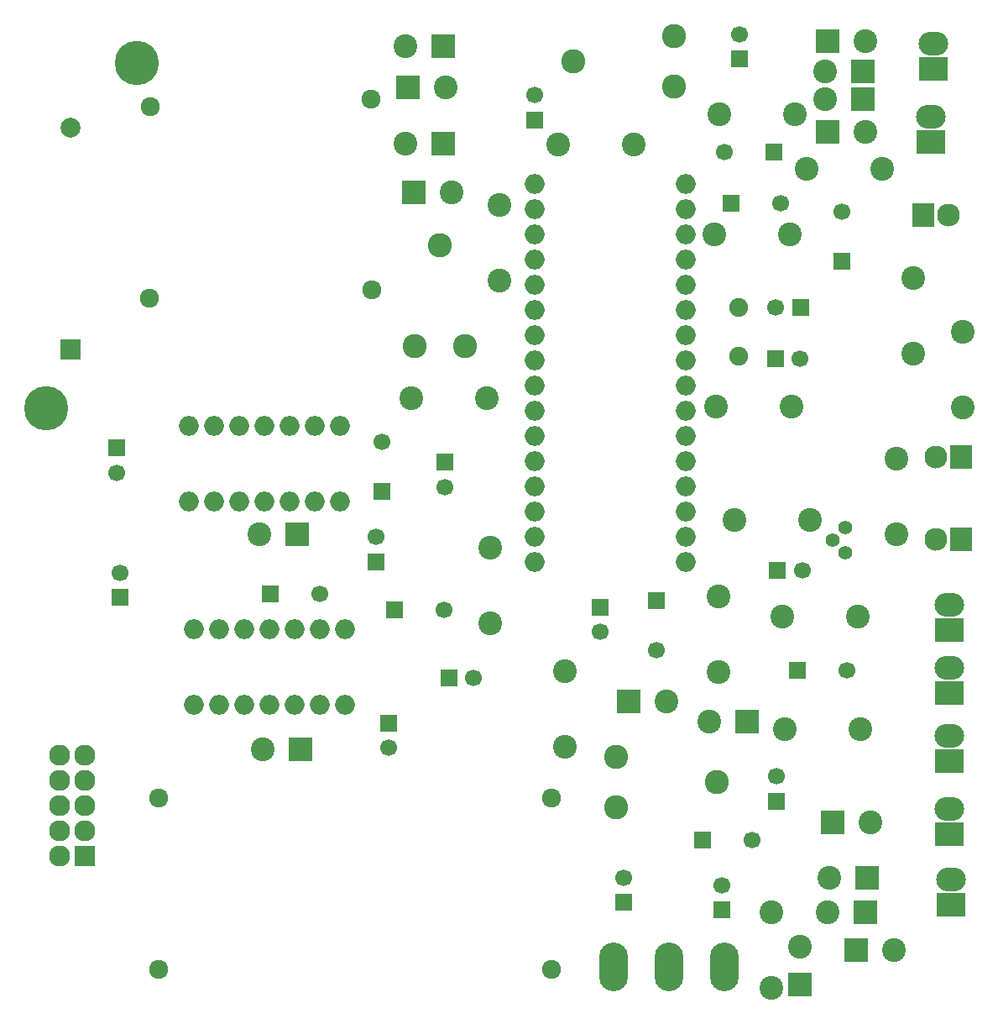
<source format=gbr>
G04 #@! TF.FileFunction,Soldermask,Bot*
%FSLAX46Y46*%
G04 Gerber Fmt 4.6, Leading zero omitted, Abs format (unit mm)*
G04 Created by KiCad (PCBNEW 4.0.4+e1-6308~48~ubuntu14.04.1-stable) date Sat Oct 15 23:45:54 2016*
%MOMM*%
%LPD*%
G01*
G04 APERTURE LIST*
%ADD10C,0.100000*%
%ADD11R,1.700000X1.700000*%
%ADD12C,1.700000*%
%ADD13C,2.398980*%
%ADD14R,2.398980X2.398980*%
%ADD15R,2.300000X2.400000*%
%ADD16C,2.300000*%
%ADD17R,2.127200X2.127200*%
%ADD18O,2.127200X2.127200*%
%ADD19R,3.000000X2.400000*%
%ADD20O,3.000000X2.400000*%
%ADD21C,4.464000*%
%ADD22O,2.899360X4.900880*%
%ADD23C,1.924000*%
%ADD24O,2.000000X2.000000*%
%ADD25C,2.432000*%
%ADD26C,1.901140*%
%ADD27R,2.000000X2.000000*%
%ADD28C,2.000000*%
%ADD29C,1.400760*%
G04 APERTURE END LIST*
D10*
D11*
X85610700Y-109880000D03*
D12*
X85610700Y-107380000D03*
D11*
X146291000Y-141376000D03*
D12*
X146291000Y-138876000D03*
D11*
X144361000Y-134341000D03*
D12*
X149361000Y-134341000D03*
D11*
X118745000Y-117983000D03*
D12*
X121245000Y-117983000D03*
D11*
X153886000Y-117259000D03*
D12*
X158886000Y-117259000D03*
D11*
X112649000Y-122555000D03*
D12*
X112649000Y-125055000D03*
D11*
X111379000Y-106299000D03*
D12*
X111379000Y-103799000D03*
D11*
X113284000Y-111125000D03*
D12*
X118284000Y-111125000D03*
X136347000Y-138114000D03*
D11*
X136347000Y-140614000D03*
X133985000Y-110871000D03*
D12*
X133985000Y-113371000D03*
D11*
X118364000Y-96266000D03*
D12*
X118364000Y-98766000D03*
D11*
X100724000Y-109525000D03*
D12*
X105724000Y-109525000D03*
D11*
X111989000Y-99187000D03*
D12*
X111989000Y-94187000D03*
D11*
X85217000Y-94830900D03*
D12*
X85217000Y-97330900D03*
D11*
X139700000Y-110236000D03*
D12*
X139700000Y-115236000D03*
D11*
X147180000Y-70142100D03*
D12*
X152180000Y-70142100D03*
D11*
X151562000Y-64998600D03*
D12*
X146562000Y-64998600D03*
D11*
X151676000Y-85839300D03*
D12*
X154176000Y-85839300D03*
D11*
X154229000Y-80632300D03*
D12*
X151729000Y-80632300D03*
D11*
X158369000Y-76047600D03*
D12*
X158369000Y-71047600D03*
D11*
X151752000Y-130416000D03*
D12*
X151752000Y-127916000D03*
D11*
X127406000Y-61772800D03*
D12*
X127406000Y-59272800D03*
D13*
X99949000Y-125222000D03*
D14*
X103759000Y-125222000D03*
D13*
X99619000Y-103543000D03*
D14*
X103429000Y-103543000D03*
D13*
X154153000Y-145110000D03*
D14*
X154153000Y-148920000D03*
D15*
X170434000Y-95758000D03*
D16*
X167894000Y-95758000D03*
D13*
X163652000Y-145440000D03*
D14*
X159842000Y-145440000D03*
D13*
X156921000Y-141618000D03*
D14*
X160731000Y-141618000D03*
D13*
X157099000Y-138151000D03*
D14*
X160909000Y-138151000D03*
D13*
X161252000Y-132550000D03*
D14*
X157442000Y-132550000D03*
D13*
X119024000Y-69088000D03*
D14*
X115214000Y-69088000D03*
D13*
X114338000Y-54317900D03*
D14*
X118148000Y-54317900D03*
D13*
X114376000Y-64147700D03*
D14*
X118186000Y-64147700D03*
D13*
X118402000Y-58496200D03*
D14*
X114592000Y-58496200D03*
D15*
X170434000Y-104013000D03*
D16*
X167894000Y-104013000D03*
D17*
X82054700Y-135928000D03*
D18*
X79514700Y-135928000D03*
X82054700Y-133388000D03*
X79514700Y-133388000D03*
X82054700Y-130848000D03*
X79514700Y-130848000D03*
X82054700Y-128308000D03*
X79514700Y-128308000D03*
X82054700Y-125768000D03*
X79514700Y-125768000D03*
D19*
X169215000Y-113208000D03*
D20*
X169215000Y-110668000D03*
D19*
X169266000Y-126416000D03*
D20*
X169266000Y-123876000D03*
D19*
X169266000Y-119482000D03*
D20*
X169266000Y-116942000D03*
D19*
X169418000Y-140868000D03*
D20*
X169418000Y-138328000D03*
D21*
X78105000Y-90805000D03*
X87287100Y-56007000D03*
D19*
X169266000Y-133731000D03*
D20*
X169266000Y-131191000D03*
D22*
X140970000Y-147142000D03*
X146558000Y-147142000D03*
X135382000Y-147142000D03*
D13*
X151257000Y-141605000D03*
X151257000Y-149225000D03*
X170548000Y-83146900D03*
X170548000Y-90766900D03*
X145732000Y-90678000D03*
X153352000Y-90678000D03*
X154864000Y-66675000D03*
X162484000Y-66675000D03*
X160045000Y-111811000D03*
X152425000Y-111811000D03*
X153162000Y-73317100D03*
X145542000Y-73317100D03*
X122580000Y-89814400D03*
X114960000Y-89814400D03*
X130480000Y-124943000D03*
X130480000Y-117323000D03*
X137414000Y-64211200D03*
X129794000Y-64211200D03*
X123838000Y-70319900D03*
X123838000Y-77939900D03*
X163868000Y-95935800D03*
X163868000Y-103555800D03*
X145974000Y-109792000D03*
X145974000Y-117412000D03*
D23*
X110871000Y-59690000D03*
X110998000Y-78867000D03*
X88646000Y-60452000D03*
X88519000Y-79756000D03*
D24*
X93027500Y-120701000D03*
X95567500Y-120701000D03*
X98107500Y-120701000D03*
X100647500Y-120701000D03*
X103187500Y-120701000D03*
X105727500Y-120701000D03*
X108267500Y-120701000D03*
X108267500Y-113081000D03*
X105727500Y-113081000D03*
X103187500Y-113081000D03*
X100647500Y-113081000D03*
X98107500Y-113081000D03*
X95567500Y-113081000D03*
X93027500Y-113081000D03*
X92506800Y-100178000D03*
X95046800Y-100178000D03*
X97586800Y-100178000D03*
X100126800Y-100178000D03*
X102666800Y-100178000D03*
X105206800Y-100178000D03*
X107746800Y-100178000D03*
X107746800Y-92558000D03*
X105206800Y-92558000D03*
X102666800Y-92558000D03*
X100126800Y-92558000D03*
X97586800Y-92558000D03*
X95046800Y-92558000D03*
X92506800Y-92558000D03*
X142672000Y-106324000D03*
X142672000Y-103784000D03*
X142672000Y-101244000D03*
X142672000Y-98704000D03*
X142672000Y-96164000D03*
X142672000Y-93624000D03*
X142672000Y-91084000D03*
X142672000Y-88544000D03*
X142672000Y-86004000D03*
X142672000Y-83464000D03*
X142672000Y-80924000D03*
X142672000Y-78384000D03*
X142672000Y-75844000D03*
X142672000Y-73304000D03*
X142672000Y-70764000D03*
X142672000Y-68224000D03*
X127432000Y-68224000D03*
X127432000Y-70764000D03*
X127432000Y-73304000D03*
X127432000Y-75844000D03*
X127432000Y-78384000D03*
X127432000Y-80924000D03*
X127432000Y-83464000D03*
X127432000Y-86004000D03*
X127432000Y-88544000D03*
X127432000Y-91084000D03*
X127432000Y-93624000D03*
X127432000Y-96164000D03*
X127432000Y-98704000D03*
X127432000Y-101244000D03*
X127432000Y-103784000D03*
X127432000Y-106324000D03*
D25*
X115316000Y-84531200D03*
X117856000Y-74371200D03*
X120396000Y-84531200D03*
D26*
X147942000Y-80655160D03*
X147942000Y-85537040D03*
D27*
X80619600Y-84937600D03*
D28*
X80619600Y-62585600D03*
D23*
X129083000Y-147345000D03*
X129083000Y-130073000D03*
X89459000Y-130073000D03*
X89459000Y-147345000D03*
D11*
X151892000Y-107188000D03*
D12*
X154392000Y-107188000D03*
D11*
X148082000Y-55626000D03*
D12*
X148082000Y-53126000D03*
D13*
X140716000Y-120396000D03*
D14*
X136906000Y-120396000D03*
D13*
X145034000Y-122428000D03*
D14*
X148844000Y-122428000D03*
D15*
X166624000Y-71374000D03*
D16*
X169164000Y-71374000D03*
D13*
X160782000Y-62992000D03*
D14*
X156972000Y-62992000D03*
D13*
X156718000Y-59690000D03*
D14*
X160528000Y-59690000D03*
D13*
X156718000Y-56896000D03*
D14*
X160528000Y-56896000D03*
D13*
X160782000Y-53848000D03*
D14*
X156972000Y-53848000D03*
D19*
X167640000Y-56642000D03*
D20*
X167640000Y-54102000D03*
D19*
X167386000Y-64008000D03*
D20*
X167386000Y-61468000D03*
D13*
X122936000Y-112522000D03*
X122936000Y-104902000D03*
X160274000Y-123190000D03*
X152654000Y-123190000D03*
X147574000Y-102108000D03*
X155194000Y-102108000D03*
X165608000Y-85344000D03*
X165608000Y-77724000D03*
X153670000Y-61214000D03*
X146050000Y-61214000D03*
D25*
X135636000Y-125984000D03*
X145796000Y-128524000D03*
X135636000Y-131064000D03*
X141478000Y-58420000D03*
X131318000Y-55880000D03*
X141478000Y-53340000D03*
D29*
X157480000Y-104140000D03*
X158750000Y-102870000D03*
X158750000Y-105410000D03*
M02*

</source>
